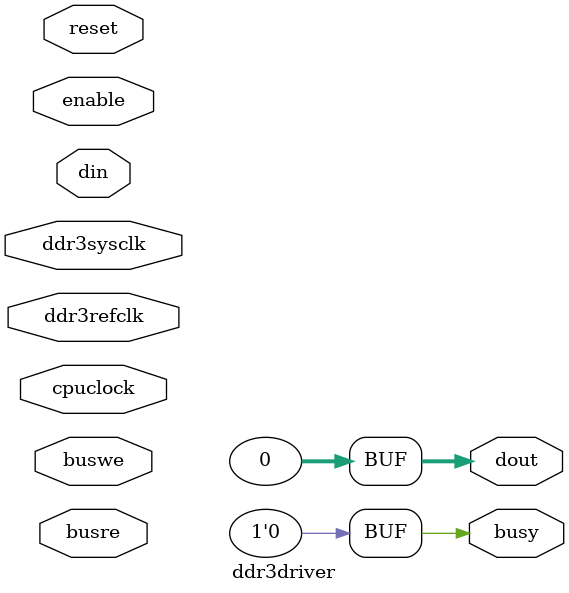
<source format=sv>
`timescale 1ns / 1ps

`include "devices.vh"

module ddr3driver(
	input wire ddr3sysclk,
	input wire ddr3refclk,
	input wire cpuclock,
	input wire reset,
	input wire enable,
	output wire busy,
	input wire buswe,
	input wire busre,
	input wire [31:0] din,
	output bit [31:0] dout = 32'd0
	// TODO: DDR3 external wires
	);

// ----------------------------------------------------------------------------
// DDR3 Device
// ----------------------------------------------------------------------------

// TODO:

// ----------------------------------------------------------------------------
// DDR3 Write
// ----------------------------------------------------------------------------

// TODO:

// ----------------------------------------------------------------------------
// DDR3 Read
// ----------------------------------------------------------------------------

// TODO:

// Bus stall signal
assign busy = 1'b0;//enable & ((busre | readpending) | (buswe & spisendfull));

endmodule

</source>
